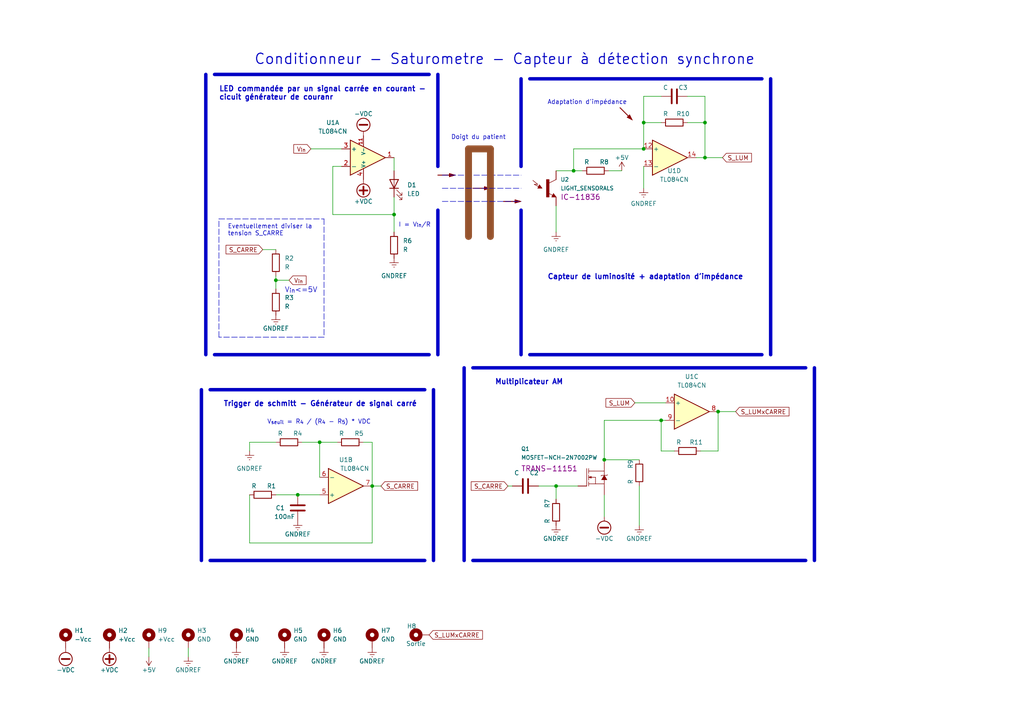
<source format=kicad_sch>
(kicad_sch (version 20211123) (generator eeschema)
  (paper "A4")
  (title_block (title "TP Saturometre - Capteur à détection synchrone") (date "2023-03-09") (rev "0.1_draft") (company "Cergy Paris Université") (comment 1 "Kemal BOYACI") (comment 2 "Hugo PEREIRA - Louis-Hermann MALGOUBRI") (comment 3 "Ciciliano ALTMANN - Chamile MANDAWALA "))
  (lib_symbols
    (symbol "Amplifier_Operational_AKL:TL084CN" (pin_names (offset 0.2))
      (property "Reference" "U" (at 1.27 7.62 0))
      (property "Value" "TL084CN" (at 1.27 5.08 0))
      (symbol "TL084CN_0_1"
        (polyline (pts (xy -3.81 5.08) (xy -3.81 -5.08) (xy 6.35 0) (xy -3.81 5.08)) (stroke (width 0.254)) (fill (type background)))
      )
      (symbol "TL084CN_1_1"
        (pin output line (at 8.89 0 180) (length 2.54) (name "~") (number "1"))
        (pin power_in line (at 0 -6.35 90) (length 3.18) (name "V-") (number "11"))
        (pin input line (at -6.35 2.54 0) (length 2.54) (name "-") (number "2"))
        (pin input line (at -6.35 -2.54 0) (length 2.54) (name "+") (number "3"))
        (pin power_in line (at 0 6.35 270) (length 3.18) (name "V+") (number "4"))
      )
      (symbol "TL084CN_2_1"
        (pin input line (at -6.35 -2.54 0) (length 2.54) (name "+") (number "5"))
        (pin input line (at -6.35 2.54 0) (length 2.54) (name "-") (number "6"))
        (pin output line (at 8.89 0 180) (length 2.54) (name "~") (number "7"))
      )
      (symbol "TL084CN_3_1"
        (pin input line (at -6.35 -2.54 0) (length 2.54) (name "+") (number "10"))
        (pin output line (at 8.89 0 180) (length 2.54) (name "~") (number "8"))
        (pin input line (at -6.35 2.54 0) (length 2.54) (name "-") (number "9"))
      )
      (symbol "TL084CN_4_1"
        (pin input line (at -6.35 -2.54 0) (length 2.54) (name "+") (number "12"))
        (pin input line (at -6.35 2.54 0) (length 2.54) (name "-") (number "13"))
        (pin output line (at 8.89 0 180) (length 2.54) (name "~") (number "14"))
      )
    )
    (symbol "Device:C" (pin_numbers hide) (pin_names (offset 0.254))
      (property "Reference" "C" (at 0.635 2.54 0))
      (property "Value" "C" (at 0.635 -2.54 0))
      (symbol "C_0_1"
        (polyline (pts (xy -2.032 -0.762) (xy 2.032 -0.762)) (stroke (width 0.508)))
        (polyline (pts (xy -2.032 0.762) (xy 2.032 0.762)) (stroke (width 0.508)))
      )
      (symbol "C_1_1"
        (pin passive line (at 0 3.81 270) (length 2.794) (name "~") (number "1"))
        (pin passive line (at 0 -3.81 90) (length 2.794) (name "~") (number "2"))
      )
    )
    (symbol "Device:LED" (pin_numbers hide) (pin_names (offset 1.016) hide)
      (property "Reference" "D" (at 0 2.54 0))
      (property "Value" "LED" (at 0 -2.54 0))
      (symbol "LED_0_1"
        (polyline (pts (xy -1.27 -1.27) (xy -1.27 1.27)) (stroke (width 0.254)))
        (polyline (pts (xy -1.27 0) (xy 1.27 0)))
        (polyline (pts (xy 1.27 -1.27) (xy 1.27 1.27) (xy -1.27 0) (xy 1.27 -1.27)) (stroke (width 0.254)))
        (polyline (pts (xy -3.048 -0.762) (xy -4.572 -2.286) (xy -3.81 -2.286) (xy -4.572 -2.286) (xy -4.572 -1.524)))
        (polyline (pts (xy -1.778 -0.762) (xy -3.302 -2.286) (xy -2.54 -2.286) (xy -3.302 -2.286) (xy -3.302 -1.524)))
      )
      (symbol "LED_1_1"
        (pin passive line (at -3.81 0 0) (length 2.54) (name "K") (number "1"))
        (pin passive line (at 3.81 0 180) (length 2.54) (name "A") (number "2"))
      )
    )
    (symbol "Device:R" (pin_numbers hide) (pin_names (offset 0))
      (property "Reference" "R" (at 2.032 0 90))
      (property "Value" "R" (at 0 0 90))
      (symbol "R_0_1"
        (rectangle (start -1.016 -2.54) (end 1.016 2.54) (stroke (width 0.254)))
      )
      (symbol "R_1_1"
        (pin passive line (at 0 3.81 270) (length 1.27) (name "~") (number "1"))
        (pin passive line (at 0 -3.81 90) (length 1.27) (name "~") (number "2"))
      )
    )
    (symbol "Graphic:SYM_Arrow45_Normal" (pin_names (offset 1.016))
      (symbol "SYM_Arrow45_Normal_0_1"
        (polyline (pts (xy 1.524 -1.524) (xy -1.778 1.778)) (stroke (width 0.254)))
        (polyline (pts (xy 1.778 -1.778) (xy 0.254 -1.016) (xy 1.016 -0.254) (xy 1.778 -1.778)) (fill (type outline)))
      )
    )
    (symbol "Graphic:SYM_Arrow_Normal" (pin_names (offset 1.016))
      (symbol "SYM_Arrow_Normal_0_1"
        (polyline (pts (xy 1.524 0) (xy -2.54 0)) (stroke (width 0.254)))
        (polyline (pts (xy 2.54 0) (xy 0.762 -0.508) (xy 0.762 0.508) (xy 2.54 0)) (fill (type outline)))
      )
    )
    (symbol "Mechanical:MountingHole_Pad" (pin_numbers hide) (pin_names (offset 1.016) hide)
      (property "Reference" "H" (at 0 6.35 0))
      (property "Value" "MountingHole_Pad" (at 0 4.445 0))
      (symbol "MountingHole_Pad_0_1"
        (circle (center 0 1.27) (radius 1.27) (stroke (width 1.27)))
      )
      (symbol "MountingHole_Pad_1_1"
        (pin input line (at 0 -2.54 90) (length 2.54) (name "1") (number "1"))
      )
    )
    (symbol "SparkFun-DiscreteSemi:MOSFET-NCH-2N7002PW" (pin_numbers hide) (pin_names (offset 1.016) hide)
      (property "Reference" "Q" (at 3.81 3.81 0))
      (property "Value" "MOSFET-NCH-2N7002PW" (at 3.81 -5.08 0))
      (property "Field4" "TRANS-11151" (at 0 8.89 0))
      (symbol "MOSFET-NCH-2N7002PW_1_0"
        (polyline (pts (xy -2.54 -2.54) (xy -2.54 2.54)))
        (polyline (pts (xy -1.9812 -1.905) (xy -1.9812 -2.54)))
        (polyline (pts (xy -1.9812 -1.905) (xy 0 -1.905)))
        (polyline (pts (xy -1.9812 -1.2954) (xy -1.9812 -1.905)))
        (polyline (pts (xy -1.9812 0.6858) (xy -1.9812 -0.8382)))
        (polyline (pts (xy -1.9812 1.8034) (xy -1.9812 1.0922)))
        (polyline (pts (xy -1.9812 1.8034) (xy 2.54 1.8034)))
        (polyline (pts (xy -1.9812 2.54) (xy -1.9812 1.8034)))
        (polyline (pts (xy 0 -1.905) (xy 0 0)))
        (polyline (pts (xy 0 0) (xy -1.2192 0)))
        (polyline (pts (xy 1.6002 0.381) (xy 1.778 0.5588)))
        (polyline (pts (xy 2.54 -2.54) (xy 2.54 -1.905)))
        (polyline (pts (xy 2.54 -1.905) (xy 0 -1.905)))
        (polyline (pts (xy 2.54 -0.7112) (xy 2.54 -1.905)))
        (polyline (pts (xy 2.54 0.5588) (xy 1.778 0.5588)))
        (polyline (pts (xy 2.54 0.5588) (xy 3.302 0.5588)))
        (polyline (pts (xy 2.54 1.8034) (xy 2.54 0.5588)))
        (polyline (pts (xy 2.54 2.54) (xy 2.54 1.8034)))
        (polyline (pts (xy 3.302 0.5588) (xy 3.4798 0.7366)))
      )
      (symbol "MOSFET-NCH-2N7002PW_1_1"
        (polyline (pts (xy -1.9812 0) (xy -1.2192 0.254) (xy -1.2192 0.254) (xy -1.2192 -0.254) (xy -1.2192 -0.254) (xy -1.9812 0)) (fill (type outline)))
        (polyline (pts (xy 1.778 -0.7112) (xy 2.54 0.5588) (xy 2.54 0.5588) (xy 3.302 -0.7112) (xy 3.302 -0.7112) (xy 1.778 -0.7112)) (fill (type outline)))
        (pin bidirectional line (at -5.08 -2.54 0) (length 2.54) (name "G") (number "1"))
        (pin bidirectional line (at 2.54 -5.08 90) (length 2.54) (name "S") (number "2"))
        (pin bidirectional line (at 2.54 5.08 270) (length 2.54) (name "D") (number "3"))
      )
    )
    (symbol "SparkFun-Sensors:LIGHT_SENSORALS" (pin_numbers hide) (pin_names (offset 1.016) hide)
      (property "Reference" "U2" (at 3.81 2.54 0))
      (property "Value" "LIGHT_SENSORALS" (at 3.81 0 0))
      (property "Field4" "IC-11836" (at 3.81 -2.54 0))
      (symbol "LIGHT_SENSORALS_1_0"
        (polyline (pts (xy -3.81 1.143) (xy -2.794 1.143)))
        (polyline (pts (xy -2.794 1.143) (xy -4.191 2.286)))
        (polyline (pts (xy -2.5146 0.4826) (xy -3.7338 1.0922)))
        (polyline (pts (xy 1.524 -2.032) (xy 0.3048 -1.4224)))
        (polyline (pts (xy 2.54 2.54) (xy 0.508 1.524)))
      )
      (symbol "LIGHT_SENSORALS_1_1"
        (rectangle (start -0.254 -2.54) (end 0.508 2.54) (fill (type outline)))
        (polyline (pts (xy -2.286 1.016) (xy -1.524 0) (xy -2.794 0) (xy -2.286 1.016)) (fill (type outline)))
        (polyline (pts (xy 1.778 -1.524) (xy 2.54 -2.54) (xy 1.27 -2.54) (xy 1.778 -1.524)) (fill (type outline)))
        (pin passive line (at 2.54 5.08 270) (length 2.54) (name "C1") (number "1"))
        (pin passive line (at 2.54 -5.08 90) (length 2.54) (name "E1") (number "2"))
      )
    )
    (symbol "power:+5V" (power) (pin_names (offset 0))
      (property "Value" "+5V" (at 0 3.556 0))
      (symbol "+5V_0_1"
        (polyline (pts (xy -0.762 1.27) (xy 0 2.54)))
        (polyline (pts (xy 0 0) (xy 0 2.54)))
        (polyline (pts (xy 0 2.54) (xy 0.762 1.27)))
      )
      (symbol "+5V_1_1"
        (pin power_in line (at 0 0 90) (length 0) hide (name "+5V") (number "1"))
      )
    )
    (symbol "power:+VDC" (power) (pin_names (offset 0))
      (property "Value" "+VDC" (at 0 6.35 0))
      (symbol "+VDC_0_1"
        (polyline (pts (xy -1.143 3.175) (xy 1.143 3.175)) (stroke (width 0.508)))
        (polyline (pts (xy 0 0) (xy 0 1.27)))
        (polyline (pts (xy 0 2.032) (xy 0 4.318)) (stroke (width 0.508)))
        (circle (center 0 3.175) (radius 1.905) (stroke (width 0.254)))
      )
      (symbol "+VDC_1_1"
        (pin power_in line (at 0 0 90) (length 0) hide (name "+VDC") (number "1"))
      )
    )
    (symbol "power:-VDC" (power) (pin_names (offset 0))
      (property "Value" "-VDC" (at 0 6.35 0))
      (symbol "-VDC_0_1"
        (polyline (pts (xy -1.143 3.175) (xy 1.143 3.175)) (stroke (width 0.508)))
        (polyline (pts (xy 0 0) (xy 0 1.27)))
        (circle (center 0 3.175) (radius 1.905) (stroke (width 0.254)))
      )
      (symbol "-VDC_1_1"
        (pin power_in line (at 0 0 90) (length 0) hide (name "-VDC") (number "1"))
      )
    )
    (symbol "power:GNDREF" (power) (pin_names (offset 0))
      (property "Value" "GNDREF" (at 0 -3.81 0))
      (symbol "GNDREF_0_1"
        (polyline (pts (xy -0.635 -1.905) (xy 0.635 -1.905)))
        (polyline (pts (xy -0.127 -2.54) (xy 0.127 -2.54)))
        (polyline (pts (xy 0 -1.27) (xy 0 0)))
        (polyline (pts (xy 1.27 -1.27) (xy -1.27 -1.27)))
      )
      (symbol "GNDREF_1_1"
        (pin power_in line (at 0 0 270) (length 0) hide (name "GNDREF") (number "1"))
      )
    )
  )
  (junction (at 204.47 45.72))
  (junction (at 208.28 119.38))
  (junction (at 92.71 128.27))
  (junction (at 161.29 140.97))
  (junction (at 107.95 140.97))
  (junction (at 175.26 133.35))
  (junction (at 191.77 121.92))
  (junction (at 166.37 49.53))
  (junction (at 80.01 81.28))
  (junction (at 186.69 35.56))
  (junction (at 114.3 62.23))
  (junction (at 186.69 43.18))
  (junction (at 204.47 35.56))
  (junction (at 86.36 143.51))
  (wire (pts (xy 161.29 59.69) (xy 161.29 67.31)))
  (wire (pts (xy 76.2 72.39) (xy 80.01 72.39)))
  (wire (pts (xy 80.01 81.28) (xy 80.01 83.82)))
  (wire (pts (xy 161.29 140.97) (xy 161.29 144.78)))
  (wire (pts (xy 54.61 190.5) (xy 54.61 187.96)))
  (polyline (pts (xy 153.67 22.86) (xy 220.98 22.86)) (stroke (width 1) (type solid)))
  (wire (pts (xy 166.37 43.18) (xy 166.37 49.53)))
  (wire (pts (xy 72.39 157.48) (xy 107.95 157.48)))
  (wire (pts (xy 204.47 45.72) (xy 209.55 45.72)))
  (wire (pts (xy 147.32 140.97) (xy 148.59 140.97)))
  (polyline (pts (xy 63.5 63.5) (xy 93.98 63.5)))
  (polyline (pts (xy 60.96 113.03) (xy 123.19 113.03)) (stroke (width 1) (type solid)))
  (wire (pts (xy 86.36 143.51) (xy 92.71 143.51)))
  (wire (pts (xy 114.3 45.72) (xy 114.3 49.53)))
  (wire (pts (xy 204.47 27.94) (xy 204.47 35.56)))
  (polyline (pts (xy 93.98 63.5) (xy 93.98 97.79)))
  (polyline (pts (xy 137.16 162.56) (xy 233.68 162.56)) (stroke (width 1) (type solid)))
  (polyline (pts (xy 223.52 22.86) (xy 223.52 102.87)) (stroke (width 1) (type solid)))
  (wire (pts (xy 156.21 140.97) (xy 161.29 140.97)))
  (wire (pts (xy 186.69 27.94) (xy 186.69 35.56)))
  (wire (pts (xy 186.69 48.26) (xy 186.69 54.61)))
  (wire (pts (xy 161.29 140.97) (xy 167.64 140.97)))
  (wire (pts (xy 107.95 140.97) (xy 110.49 140.97)))
  (wire (pts (xy 186.69 35.56) (xy 186.69 43.18)))
  (wire (pts (xy 80.01 143.51) (xy 86.36 143.51)))
  (wire (pts (xy 201.93 45.72) (xy 204.47 45.72)))
  (polyline (pts (xy 137.16 106.68) (xy 233.68 106.68)) (stroke (width 1) (type solid)))
  (polyline (pts (xy 134.62 162.56) (xy 134.62 106.68)) (stroke (width 1) (type solid)))
  (wire (pts (xy 87.63 128.27) (xy 92.71 128.27)))
  (wire (pts (xy 176.53 49.53) (xy 180.34 49.53)))
  (wire (pts (xy 185.42 140.97) (xy 185.42 152.4)))
  (polyline (pts (xy 135.89 68.58) (xy 135.89 43.18)) (stroke (width 2) (type solid) (color 149 82 44 1)))
  (wire (pts (xy 92.71 128.27) (xy 92.71 138.43)))
  (wire (pts (xy 203.2 130.81) (xy 208.28 130.81)))
  (wire (pts (xy 96.52 48.26) (xy 96.52 62.23)))
  (wire (pts (xy 43.18 187.96) (xy 43.18 190.5)))
  (wire (pts (xy 199.39 35.56) (xy 204.47 35.56)))
  (polyline (pts (xy 127 21.59) (xy 127 48.26)) (stroke (width 1) (type solid)))
  (polyline (pts (xy 128.27 58.42) (xy 151.13 58.42)))
  (wire (pts (xy 208.28 119.38) (xy 213.36 119.38)))
  (polyline (pts (xy 142.24 43.18) (xy 142.24 68.58)) (stroke (width 2) (type solid) (color 149 82 44 1)))
  (polyline (pts (xy 125.73 162.56) (xy 125.73 113.03)) (stroke (width 1) (type solid)))
  (wire (pts (xy 191.77 130.81) (xy 191.77 121.92)))
  (wire (pts (xy 166.37 49.53) (xy 161.29 49.53)))
  (polyline (pts (xy 62.23 102.87) (xy 124.46 102.87)) (stroke (width 1) (type solid)))
  (wire (pts (xy 96.52 62.23) (xy 114.3 62.23)))
  (wire (pts (xy 72.39 143.51) (xy 72.39 157.48)))
  (wire (pts (xy 99.06 48.26) (xy 96.52 48.26)))
  (polyline (pts (xy 63.5 97.79) (xy 63.5 63.5)))
  (wire (pts (xy 114.3 57.15) (xy 114.3 62.23)))
  (wire (pts (xy 90.17 43.18) (xy 99.06 43.18)))
  (wire (pts (xy 208.28 119.38) (xy 208.28 130.81)))
  (wire (pts (xy 191.77 35.56) (xy 186.69 35.56)))
  (polyline (pts (xy 153.67 102.87) (xy 220.98 102.87)) (stroke (width 1) (type solid)))
  (wire (pts (xy 72.39 128.27) (xy 72.39 130.81)))
  (wire (pts (xy 107.95 157.48) (xy 107.95 140.97)))
  (polyline (pts (xy 128.27 50.8) (xy 151.13 50.8)))
  (wire (pts (xy 175.26 143.51) (xy 175.26 149.86)))
  (wire (pts (xy 105.41 128.27) (xy 107.95 128.27)))
  (polyline (pts (xy 135.89 43.18) (xy 142.24 43.18)) (stroke (width 2) (type solid) (color 149 82 44 1)))
  (wire (pts (xy 199.39 27.94) (xy 204.47 27.94)))
  (polyline (pts (xy 151.13 22.86) (xy 151.13 48.26)) (stroke (width 1) (type solid)))
  (wire (pts (xy 204.47 35.56) (xy 204.47 45.72)))
  (wire (pts (xy 195.58 130.81) (xy 191.77 130.81)))
  (polyline (pts (xy 151.13 102.87) (xy 151.13 60.96)) (stroke (width 1) (type solid)))
  (wire (pts (xy 80.01 80.01) (xy 80.01 81.28)))
  (wire (pts (xy 191.77 27.94) (xy 186.69 27.94)))
  (wire (pts (xy 175.26 121.92) (xy 175.26 133.35)))
  (wire (pts (xy 92.71 128.27) (xy 97.79 128.27)))
  (wire (pts (xy 193.04 121.92) (xy 191.77 121.92)))
  (polyline (pts (xy 59.69 21.59) (xy 59.69 102.87)) (stroke (width 1) (type solid)))
  (wire (pts (xy 191.77 121.92) (xy 175.26 121.92)))
  (polyline (pts (xy 128.27 54.61) (xy 151.13 54.61)))
  (wire (pts (xy 186.69 43.18) (xy 166.37 43.18)))
  (polyline (pts (xy 58.42 162.56) (xy 58.42 113.03)) (stroke (width 1) (type solid)))
  (wire (pts (xy 168.91 49.53) (xy 166.37 49.53)))
  (wire (pts (xy 72.39 128.27) (xy 80.01 128.27)))
  (wire (pts (xy 175.26 133.35) (xy 185.42 133.35)))
  (wire (pts (xy 80.01 81.28) (xy 83.82 81.28)))
  (polyline (pts (xy 60.96 162.56) (xy 123.19 162.56)) (stroke (width 1) (type solid)))
  (wire (pts (xy 107.95 128.27) (xy 107.95 140.97)))
  (wire (pts (xy 114.3 62.23) (xy 114.3 67.31)))
  (polyline (pts (xy 62.23 21.59) (xy 124.46 21.59)) (stroke (width 1) (type solid)))
  (polyline (pts (xy 236.22 162.56) (xy 236.22 106.68)) (stroke (width 1) (type solid)))
  (polyline (pts (xy 127 102.87) (xy 127 60.96)) (stroke (width 1) (type solid)))
  (wire (pts (xy 184.15 116.84) (xy 193.04 116.84)))
  (polyline (pts (xy 93.98 97.79) (xy 63.5 97.79)))
  (text "Capteur de luminosité + adaptation d'impédance" (at 158.75 81.28 0) (effects (font (size 1.5 1.5) (thickness 0.3) bold) (justify left bottom)))
  (text "Trigger de schmitt - Générateur de signal carré" (at 64.77 118.11 0) (effects (font (size 1.5 1.5) (thickness 0.3) bold) (justify left bottom)))
  (text "Conditionneur - Saturometre - Capteur à détection synchrone" (at 73.66 19.05 0) (effects (font (size 3 3) (thickness 0.3) bold) (justify left bottom)))
  (text "V_{in}<=5V" (at 82.55 85.09 0) (effects (font (size 1.5 1.5)) (justify left bottom)))
  (text "V_{seuil} = R_{4} / (R_{4} - R_{5}) * VDC" (at 77.47 123.19 0) (effects (font (size 1.27 1.27)) (justify left bottom)))
  (text "LED commandée par un signal carrée en courant -\ncicuit générateur de couranr" (at 63.5 29.21 0) (effects (font (size 1.5 1.5) (thickness 0.3) bold) (justify left bottom)))
  (text "Multiplicateur AM" (at 143.51 111.76 0) (effects (font (size 1.5 1.5) (thickness 0.3) bold) (justify left bottom)))
  (text "I = V_{in}/R" (at 115.57 66.04 0) (effects (font (size 1.27 1.27)) (justify left bottom)))
  (text "Adaptation d'impédance" (at 158.75 30.48 0) (effects (font (size 1.27 1.27)) (justify left bottom)))
  (text "Eventuellement diviser la \ntension S_CARRE\n" (at 66.04 68.58 0) (effects (font (size 1.27 1.27)) (justify left bottom)))
  (text "Doigt du patient" (at 130.81 40.64 0) (effects (font (size 1.27 1.27)) (justify left bottom)))
  (global_label "S_CARRE" (shape input) (at 76.2 72.39 180) (property "Intersheet References" "${INTERSHEET_REFS}" (effects hide)))
  (global_label "V_{in}" (shape input) (at 83.82 81.28 0) (property "Intersheet References" "${INTERSHEET_REFS}" (effects hide)))
  (global_label "S_LUM" (shape input) (at 184.15 116.84 180) (property "Intersheet References" "${INTERSHEET_REFS}" (effects hide)))
  (global_label "S_LUMxCARRE" (shape input) (at 124.46 184.15 0) (property "Intersheet References" "${INTERSHEET_REFS}" (effects hide)))
  (global_label "S_CARRE" (shape input) (at 110.49 140.97 0) (property "Intersheet References" "${INTERSHEET_REFS}" (effects hide)))
  (global_label "S_CARRE" (shape input) (at 147.32 140.97 180) (property "Intersheet References" "${INTERSHEET_REFS}" (effects hide)))
  (global_label "V_{in}" (shape input) (at 90.17 43.18 180) (property "Intersheet References" "${INTERSHEET_REFS}" (effects hide)))
  (global_label "S_LUM" (shape input) (at 209.55 45.72 0) (property "Intersheet References" "${INTERSHEET_REFS}" (effects hide)))
  (global_label "S_LUMxCARRE" (shape input) (at 213.36 119.38 0) (property "Intersheet References" "${INTERSHEET_REFS}" (effects hide)))
  (symbol (lib_id "power:GNDREF") (at 80.01 91.44 0) (unit 1)
    (property "Reference" "#PWR02" (effects hide))
    (property "Value" "GNDREF" (at 80.01 95.25 0))
  )
  (symbol (lib_id "Graphic:SYM_Arrow_Normal") (at 148.59 58.42 0) (unit 1)
    (property "Reference" "#SYM3" (effects hide))
    (property "Value" "SYM_Arrow_Normal" (effects hide))
  )
  (symbol (lib_id "power:GNDREF") (at 186.69 54.61 0) (unit 1)
    (property "Reference" "#PWR012" (effects hide))
    (property "Value" "GNDREF" (at 186.69 59.055 0))
  )
  (symbol (lib_id "Amplifier_Operational_AKL:TL084CN") (at 199.39 119.38 0) (mirror x) (unit 3)
    (property "Reference" "U1" (at 200.66 109.22 0))
    (property "Value" "TL084CN" (at 200.66 111.76 0))
    (property "Footprint" "SamacSys_Parts:DIP850W50P254L2000H510Q14N" (effects hide))
    (property "Datasheet" "https://www.ti.com/lit/ds/symlink/tl081h.pdf?ts=1635082419092&ref_url=https%253A%252F%252Fwww.google.com%252F" (effects hide))
  )
  (symbol (lib_id "Mechanical:MountingHole_Pad") (at 43.18 185.42 0) (unit 1)
    (property "Reference" "H9" (at 45.72 182.8799 0) (effects (justify left)))
    (property "Value" "+Vcc" (at 45.72 185.4199 0) (effects (justify left)))
    (property "Footprint" "MountingHole:MountingHole_2.2mm_M2_Pad_TopBottom" (effects hide))
  )
  (symbol (lib_id "Amplifier_Operational_AKL:TL084CN") (at 99.06 140.97 0) (unit 2)
    (property "Reference" "U1" (at 100.33 133.35 0))
    (property "Value" "TL084CN" (at 102.87 135.89 0))
    (property "Footprint" "SamacSys_Parts:DIP850W50P254L2000H510Q14N" (effects hide))
    (property "Datasheet" "https://www.ti.com/lit/ds/symlink/tl081h.pdf?ts=1635082419092&ref_url=https%253A%252F%252Fwww.google.com%252F" (effects hide))
  )
  (symbol (lib_id "power:GNDREF") (at 93.98 187.96 0) (unit 1)
    (property "Reference" "#PWR018" (effects hide))
    (property "Value" "GNDREF" (at 93.98 191.77 0))
  )
  (symbol (lib_id "power:GNDREF") (at 107.95 187.96 0) (unit 1)
    (property "Reference" "#PWR019" (effects hide))
    (property "Value" "GNDREF" (at 107.95 191.77 0))
  )
  (symbol (lib_id "power:-VDC") (at 19.05 187.96 180) (unit 1)
    (property "Reference" "#PWR013" (effects hide))
    (property "Value" "-VDC" (at 19.05 194.31 0))
  )
  (symbol (lib_id "Device:C") (at 86.36 147.32 0) (unit 1)
    (property "Reference" "C1" (at 81.28 147.32 0))
    (property "Value" "100nF" (at 82.55 149.86 0))
    (property "Footprint" "Capacitor_SMD:C_1812_4532Metric" (effects hide))
  )
  (symbol (lib_id "Device:R") (at 185.42 137.16 180) (unit 1)
    (property "Reference" "R9" (at 182.88 134.62 90))
    (property "Value" "R" (at 182.88 139.7 90))
    (property "Footprint" "Resistor_SMD:R_2512_6332Metric" (effects hide))
  )
  (symbol (lib_id "Mechanical:MountingHole_Pad") (at 19.05 185.42 0) (unit 1)
    (property "Reference" "H1" (at 21.59 182.8799 0) (effects (justify left)))
    (property "Value" "-Vcc" (at 21.59 185.4199 0) (effects (justify left)))
    (property "Footprint" "MountingHole:MountingHole_2.2mm_M2_Pad_TopBottom" (effects hide))
  )
  (symbol (lib_id "power:GNDREF") (at 68.58 187.96 0) (unit 1)
    (property "Reference" "#PWR016" (effects hide))
    (property "Value" "GNDREF" (at 68.58 191.77 0))
  )
  (symbol (lib_id "Device:R") (at 195.58 35.56 90) (unit 1)
    (property "Reference" "R10" (at 198.12 33.02 90))
    (property "Value" "R" (at 193.04 33.02 90))
    (property "Footprint" "Resistor_SMD:R_2512_6332Metric" (effects hide))
  )
  (symbol (lib_id "Mechanical:MountingHole_Pad") (at 82.55 185.42 0) (unit 1)
    (property "Reference" "H5" (at 85.09 182.8799 0) (effects (justify left)))
    (property "Value" "GND" (at 85.09 185.4199 0) (effects (justify left)))
    (property "Footprint" "MountingHole:MountingHole_2.2mm_M2_Pad_TopBottom" (effects hide))
  )
  (symbol (lib_id "power:GNDREF") (at 82.55 187.96 0) (unit 1)
    (property "Reference" "#PWR017" (effects hide))
    (property "Value" "GNDREF" (at 82.55 191.77 0))
  )
  (symbol (lib_id "SparkFun-Sensors:LIGHT_SENSORALS") (at 158.75 54.61 0) (unit 1)
    (property "Reference" "U2" (at 162.56 52.07 0) (effects (font (size 1.143 1.143)) (justify left)))
    (property "Value" "LIGHT_SENSORALS" (at 162.56 54.61 0) (effects (font (size 1.143 1.143)) (justify left)))
    (property "Footprint" "LED_THT:LED_Rectangular_W3.9mm_H1.8mm" (effects hide))
    (property "Field4" "IC-11836" (at 162.56 57.15 0) (effects (font (size 1.524 1.524)) (justify left)))
  )
  (symbol (lib_id "Amplifier_Operational_AKL:TL084CN") (at 105.41 45.72 0) (mirror x) (unit 1)
    (property "Reference" "U1" (at 96.52 35.56 0))
    (property "Value" "TL084CN" (at 96.52 38.1 0))
    (property "Footprint" "SamacSys_Parts:DIP850W50P254L2000H510Q14N" (effects hide))
    (property "Datasheet" "https://www.ti.com/lit/ds/symlink/tl081h.pdf?ts=1635082419092&ref_url=https%253A%252F%252Fwww.google.com%252F" (effects hide))
  )
  (symbol (lib_id "Mechanical:MountingHole_Pad") (at 93.98 185.42 0) (unit 1)
    (property "Reference" "H6" (at 96.52 182.8799 0) (effects (justify left)))
    (property "Value" "GND" (at 96.52 185.4199 0) (effects (justify left)))
    (property "Footprint" "MountingHole:MountingHole_2.2mm_M2_Pad_TopBottom" (effects hide))
  )
  (symbol (lib_id "Device:LED") (at 114.3 53.34 90) (unit 1)
    (property "Reference" "D1" (at 118.11 53.6574 90) (effects (justify right)))
    (property "Value" "LED" (at 118.11 56.1974 90) (effects (justify right)))
    (property "Footprint" "LED_THT:LED_D8.0mm" (effects hide))
  )
  (symbol (lib_id "Graphic:SYM_Arrow_Normal") (at 139.7 54.61 0) (unit 1)
    (property "Reference" "#SYM2" (effects hide))
    (property "Value" "SYM_Arrow_Normal" (effects hide))
  )
  (symbol (lib_id "Device:C") (at 152.4 140.97 270) (unit 1)
    (property "Reference" "C2" (at 154.94 137.16 90))
    (property "Value" "C" (at 149.86 137.16 90))
    (property "Footprint" "Capacitor_SMD:C_1812_4532Metric" (effects hide))
  )
  (symbol (lib_id "Graphic:SYM_Arrow_Normal") (at 129.54 50.8 0) (unit 1)
    (property "Reference" "#SYM1" (effects hide))
    (property "Value" "SYM_Arrow_Normal" (effects hide))
  )
  (symbol (lib_id "Device:R") (at 80.01 87.63 0) (unit 1)
    (property "Reference" "R3" (at 82.55 86.3599 0) (effects (justify left)))
    (property "Value" "R" (at 82.55 88.8999 0) (effects (justify left)))
    (property "Footprint" "Resistor_SMD:R_2512_6332Metric" (effects hide))
  )
  (symbol (lib_id "Amplifier_Operational_AKL:TL084CN") (at 193.04 45.72 0) (mirror x) (unit 4)
    (property "Reference" "U1" (at 195.58 49.53 0))
    (property "Value" "TL084CN" (at 195.58 52.07 0))
    (property "Footprint" "SamacSys_Parts:DIP850W50P254L2000H510Q14N" (effects hide))
    (property "Datasheet" "https://www.ti.com/lit/ds/symlink/tl081h.pdf?ts=1635082419092&ref_url=https%253A%252F%252Fwww.google.com%252F" (effects hide))
  )
  (symbol (lib_id "Device:R") (at 83.82 128.27 90) (unit 1)
    (property "Reference" "R4" (at 86.36 125.73 90))
    (property "Value" "R" (at 81.28 125.73 90))
    (property "Footprint" "Resistor_SMD:R_2512_6332Metric" (effects hide))
  )
  (symbol (lib_id "Mechanical:MountingHole_Pad") (at 68.58 185.42 0) (unit 1)
    (property "Reference" "H4" (at 71.12 182.8799 0) (effects (justify left)))
    (property "Value" "GND" (at 71.12 185.4199 0) (effects (justify left)))
    (property "Footprint" "MountingHole:MountingHole_2.2mm_M2_Pad_TopBottom" (effects hide))
  )
  (symbol (lib_id "power:GNDREF") (at 161.29 67.31 0) (unit 1)
    (property "Reference" "#PWR07" (effects hide))
    (property "Value" "GNDREF" (at 161.29 72.39 0))
  )
  (symbol (lib_id "power:+VDC") (at 105.41 52.07 180) (unit 1)
    (property "Reference" "#PWR05" (effects hide))
    (property "Value" "+VDC" (at 105.41 58.42 0))
  )
  (symbol (lib_id "Device:R") (at 172.72 49.53 90) (unit 1)
    (property "Reference" "R8" (at 175.26 46.99 90))
    (property "Value" "R" (at 170.18 46.99 90))
    (property "Footprint" "Resistor_SMD:R_2512_6332Metric" (effects hide))
  )
  (symbol (lib_id "Mechanical:MountingHole_Pad") (at 121.92 184.15 90) (unit 1)
    (property "Reference" "H8" (at 119.38 181.61 90))
    (property "Value" "Sortie" (at 120.65 186.69 90))
    (property "Footprint" "MountingHole:MountingHole_2.2mm_M2_Pad_TopBottom" (effects hide))
  )
  (symbol (lib_id "Device:R") (at 199.39 130.81 90) (unit 1)
    (property "Reference" "R11" (at 201.93 128.27 90))
    (property "Value" "R" (at 196.85 128.27 90))
    (property "Footprint" "Resistor_SMD:R_2512_6332Metric" (effects hide))
  )
  (symbol (lib_id "power:GNDREF") (at 185.42 152.4 0) (unit 1)
    (property "Reference" "#PWR011" (effects hide))
    (property "Value" "GNDREF" (at 185.42 156.21 0))
  )
  (symbol (lib_id "Graphic:SYM_Arrow45_Normal") (at 181.61 33.02 0) (unit 1)
    (property "Reference" "#SYM4" (effects hide))
    (property "Value" "SYM_Arrow45_Normal" (effects hide))
  )
  (symbol (lib_id "power:GNDREF") (at 54.61 190.5 0) (unit 1)
    (property "Reference" "#PWR015" (effects hide))
    (property "Value" "GNDREF" (at 54.61 194.31 0))
  )
  (symbol (lib_id "SparkFun-DiscreteSemi:MOSFET-NCH-2N7002PW") (at 172.72 138.43 0) (unit 1)
    (property "Reference" "Q1" (at 151.13 130.175 0) (effects (font (size 1.143 1.143)) (justify left)))
    (property "Value" "MOSFET-NCH-2N7002PW" (at 151.13 132.715 0) (effects (font (size 1.143 1.143)) (justify left)))
    (property "Footprint" "SF-Silicon-Standard:SOT323" (effects hide))
    (property "Field4" "TRANS-11151" (at 151.13 135.89 0) (effects (font (size 1.524 1.524)) (justify left)))
  )
  (symbol (lib_id "power:+5V") (at 43.18 190.5 180) (unit 1)
    (property "Reference" "#PWR0101" (effects hide))
    (property "Value" "+5V" (at 43.18 194.31 0))
  )
  (symbol (lib_id "power:-VDC") (at 105.41 39.37 0) (unit 1)
    (property "Reference" "#PWR04" (effects hide))
    (property "Value" "-VDC" (at 105.41 33.02 0))
  )
  (symbol (lib_id "Mechanical:MountingHole_Pad") (at 31.75 185.42 0) (unit 1)
    (property "Reference" "H2" (at 34.29 182.8799 0) (effects (justify left)))
    (property "Value" "+Vcc" (at 34.29 185.4199 0) (effects (justify left)))
    (property "Footprint" "MountingHole:MountingHole_2.2mm_M2_Pad_TopBottom" (effects hide))
  )
  (symbol (lib_id "power:GNDREF") (at 114.3 74.93 0) (unit 1)
    (property "Reference" "#PWR06" (effects hide))
    (property "Value" "GNDREF" (at 114.3 80.01 0))
  )
  (symbol (lib_id "power:GNDREF") (at 72.39 130.81 0) (unit 1)
    (property "Reference" "#PWR01" (effects hide))
    (property "Value" "GNDREF" (at 72.39 135.89 0))
  )
  (symbol (lib_id "Device:R") (at 161.29 148.59 180) (unit 1)
    (property "Reference" "R7" (at 158.75 146.05 90))
    (property "Value" "R" (at 158.75 151.13 90))
    (property "Footprint" "Resistor_SMD:R_2512_6332Metric" (effects hide))
  )
  (symbol (lib_id "Mechanical:MountingHole_Pad") (at 54.61 185.42 0) (unit 1)
    (property "Reference" "H3" (at 57.15 182.8799 0) (effects (justify left)))
    (property "Value" "GND" (at 57.15 185.4199 0) (effects (justify left)))
    (property "Footprint" "MountingHole:MountingHole_2.2mm_M2_Pad_TopBottom" (effects hide))
  )
  (symbol (lib_id "Device:R") (at 76.2 143.51 90) (unit 1)
    (property "Reference" "R1" (at 78.74 140.97 90))
    (property "Value" "R" (at 73.66 140.97 90))
    (property "Footprint" "Resistor_SMD:R_2512_6332Metric" (effects hide))
  )
  (symbol (lib_id "power:GNDREF") (at 86.36 151.13 0) (unit 1)
    (property "Reference" "#PWR03" (effects hide))
    (property "Value" "GNDREF" (at 86.36 154.94 0))
  )
  (symbol (lib_id "Device:R") (at 114.3 71.12 0) (unit 1)
    (property "Reference" "R6" (at 116.84 69.8499 0) (effects (justify left)))
    (property "Value" "R" (at 116.84 72.3899 0) (effects (justify left)))
    (property "Footprint" "Resistor_SMD:R_2512_6332Metric" (effects hide))
  )
  (symbol (lib_id "Device:C") (at 195.58 27.94 270) (unit 1)
    (property "Reference" "C3" (at 198.12 25.4 90))
    (property "Value" "C" (at 193.04 25.4 90))
    (property "Footprint" "Capacitor_SMD:C_3640_9110Metric" (effects hide))
  )
  (symbol (lib_id "Device:R") (at 80.01 76.2 0) (unit 1)
    (property "Reference" "R2" (at 82.55 74.9299 0) (effects (justify left)))
    (property "Value" "R" (at 82.55 77.4699 0) (effects (justify left)))
    (property "Footprint" "Resistor_SMD:R_2512_6332Metric" (effects hide))
  )
  (symbol (lib_id "power:GNDREF") (at 161.29 152.4 0) (unit 1)
    (property "Reference" "#PWR08" (effects hide))
    (property "Value" "GNDREF" (at 161.29 156.21 0))
  )
  (symbol (lib_id "power:-VDC") (at 175.26 149.86 180) (unit 1)
    (property "Reference" "#PWR09" (effects hide))
    (property "Value" "-VDC" (at 175.26 156.21 0))
  )
  (symbol (lib_id "Device:R") (at 101.6 128.27 90) (unit 1)
    (property "Reference" "R5" (at 104.14 125.73 90))
    (property "Value" "R" (at 99.06 125.73 90))
    (property "Footprint" "Resistor_SMD:R_2512_6332Metric" (effects hide))
  )
  (symbol (lib_id "power:+VDC") (at 31.75 187.96 180) (unit 1)
    (property "Reference" "#PWR014" (effects hide))
    (property "Value" "+VDC" (at 31.75 194.31 0))
  )
  (symbol (lib_id "Mechanical:MountingHole_Pad") (at 107.95 185.42 0) (unit 1)
    (property "Reference" "H7" (at 110.49 182.8799 0) (effects (justify left)))
    (property "Value" "GND" (at 110.49 185.4199 0) (effects (justify left)))
    (property "Footprint" "MountingHole:MountingHole_2.2mm_M2_Pad_TopBottom" (effects hide))
  )
  (symbol (lib_id "power:+5V") (at 180.34 49.53 0) (unit 1)
    (property "Reference" "#PWR010" (effects hide))
    (property "Value" "+5V" (at 180.34 45.72 0))
  )
)
</source>
